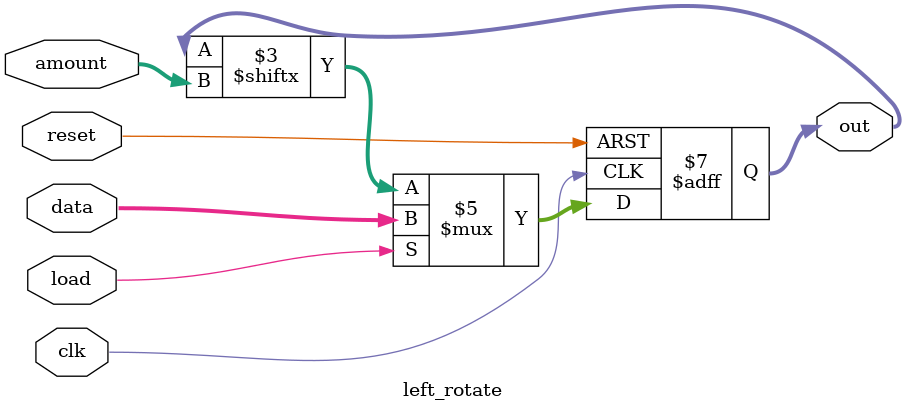
<source format=v>
module left_rotate(clk,reset,amount,data,load,out);
input clk,reset;
input [2:0] amount;
input [7:0] data;
input load;
output reg [7:0] out;
// when load is high, load data to out
// left shift and rotate the register out by amount bits
always @(posedge clk or posedge reset) begin
if (reset)
	out <= 8'b0;
else if (load)
	out <= data;
else begin
	out[7:0] <= out[amount:0];
	out[0:7] <= out[7:amount];
	end
end
endmodule

</source>
